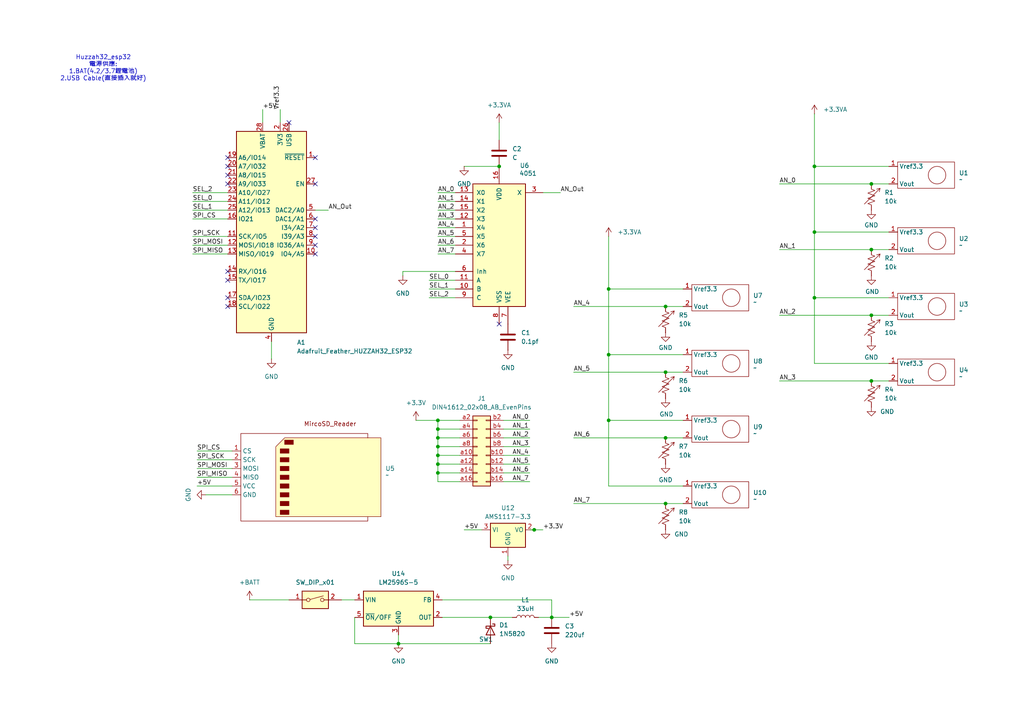
<source format=kicad_sch>
(kicad_sch (version 20231120) (generator "eeschema") (generator_version "8.0")
  (paper "A4")
  (lib_symbols
    (symbol "4xxx:4051" (pin_names (offset 1.016))
      (property "Reference" "U" (at -7.62 19.05 0))
      (property "Value" "4051" (at -7.62 -19.05 0))
      (symbol "4051_1_0"
        (pin passive line (at -12.7 5.08 0) (length 5.08) (name "X4") (number "1"))
        (pin input line (at -12.7 -12.7 0) (length 5.08) (name "B") (number "10"))
        (pin input line (at -12.7 -10.16 0) (length 5.08) (name "A") (number "11"))
        (pin passive line (at -12.7 7.62 0) (length 5.08) (name "X3") (number "12"))
        (pin passive line (at -12.7 15.24 0) (length 5.08) (name "X0") (number "13"))
        (pin passive line (at -12.7 12.7 0) (length 5.08) (name "X1") (number "14"))
        (pin passive line (at -12.7 10.16 0) (length 5.08) (name "X2") (number "15"))
        (pin power_in line (at 0 22.86 270) (length 5.08) (name "VDD") (number "16"))
        (pin passive line (at -12.7 0 0) (length 5.08) (name "X6") (number "2"))
        (pin passive line (at 12.7 15.24 180) (length 5.08) (name "X") (number "3"))
        (pin passive line (at -12.7 -2.54 0) (length 5.08) (name "X7") (number "4"))
        (pin passive line (at -12.7 2.54 0) (length 5.08) (name "X5") (number "5"))
        (pin input line (at -12.7 -7.62 0) (length 5.08) (name "Inh") (number "6"))
        (pin power_in line (at 2.54 -22.86 90) (length 5.08) (name "VEE") (number "7"))
        (pin power_in line (at 0 -22.86 90) (length 5.08) (name "VSS") (number "8"))
        (pin input line (at -12.7 -15.24 0) (length 5.08) (name "C") (number "9"))
      )
      (symbol "4051_1_1"
        (rectangle (start -7.62 17.78) (end 7.62 -17.78) (stroke (width 0.254)) (fill (type background)))
      )
    )
    (symbol "Connector:DIN41612_02x08_AB_EvenPins" (pin_names (offset 1.016) hide)
      (property "Reference" "J" (at 1.27 10.16 0))
      (property "Value" "DIN41612_02x08_AB_EvenPins" (at 1.27 -12.7 0))
      (symbol "DIN41612_02x08_AB_EvenPins_1_1"
        (rectangle (start -1.27 -10.033) (end 0 -10.287) (stroke (width 0.1524)))
        (rectangle (start -1.27 -7.493) (end 0 -7.747) (stroke (width 0.1524)))
        (rectangle (start -1.27 -4.953) (end 0 -5.207) (stroke (width 0.1524)))
        (rectangle (start -1.27 -2.413) (end 0 -2.667) (stroke (width 0.1524)))
        (rectangle (start -1.27 0.127) (end 0 -0.127) (stroke (width 0.1524)))
        (rectangle (start -1.27 2.667) (end 0 2.413) (stroke (width 0.1524)))
        (rectangle (start -1.27 5.207) (end 0 4.953) (stroke (width 0.1524)))
        (rectangle (start -1.27 7.747) (end 0 7.493) (stroke (width 0.1524)))
        (rectangle (start -1.27 8.89) (end 3.81 -11.43) (stroke (width 0.254)) (fill (type background)))
        (rectangle (start 3.81 -10.033) (end 2.54 -10.287) (stroke (width 0.1524)))
        (rectangle (start 3.81 -7.493) (end 2.54 -7.747) (stroke (width 0.1524)))
        (rectangle (start 3.81 -4.953) (end 2.54 -5.207) (stroke (width 0.1524)))
        (rectangle (start 3.81 -2.413) (end 2.54 -2.667) (stroke (width 0.1524)))
        (rectangle (start 3.81 0.127) (end 2.54 -0.127) (stroke (width 0.1524)))
        (rectangle (start 3.81 2.667) (end 2.54 2.413) (stroke (width 0.1524)))
        (rectangle (start 3.81 5.207) (end 2.54 4.953) (stroke (width 0.1524)))
        (rectangle (start 3.81 7.747) (end 2.54 7.493) (stroke (width 0.1524)))
        (pin passive line (at -5.08 -2.54 0) (length 3.81) (name "Pin_a10") (number "a10"))
        (pin passive line (at -5.08 -5.08 0) (length 3.81) (name "Pin_a12") (number "a12"))
        (pin passive line (at -5.08 -7.62 0) (length 3.81) (name "Pin_a14") (number "a14"))
        (pin passive line (at -5.08 -10.16 0) (length 3.81) (name "Pin_a16") (number "a16"))
        (pin passive line (at -5.08 7.62 0) (length 3.81) (name "Pin_a2") (number "a2"))
        (pin passive line (at -5.08 5.08 0) (length 3.81) (name "Pin_a4") (number "a4"))
        (pin passive line (at -5.08 2.54 0) (length 3.81) (name "Pin_a6") (number "a6"))
        (pin passive line (at -5.08 0 0) (length 3.81) (name "Pin_a8") (number "a8"))
        (pin passive line (at 7.62 -2.54 180) (length 3.81) (name "Pin_b10") (number "b10"))
        (pin passive line (at 7.62 -5.08 180) (length 3.81) (name "Pin_b12") (number "b12"))
        (pin passive line (at 7.62 -7.62 180) (length 3.81) (name "Pin_b14") (number "b14"))
        (pin passive line (at 7.62 -10.16 180) (length 3.81) (name "Pin_b16") (number "b16"))
        (pin passive line (at 7.62 7.62 180) (length 3.81) (name "Pin_b2") (number "b2"))
        (pin passive line (at 7.62 5.08 180) (length 3.81) (name "Pin_b4") (number "b4"))
        (pin passive line (at 7.62 2.54 180) (length 3.81) (name "Pin_b6") (number "b6"))
        (pin passive line (at 7.62 0 180) (length 3.81) (name "Pin_b8") (number "b8"))
      )
    )
    (symbol "Device:C" (pin_numbers hide) (pin_names (offset 0.254))
      (property "Reference" "C" (at 0.635 2.54 0))
      (property "Value" "C" (at 0.635 -2.54 0))
      (symbol "C_0_1"
        (polyline (pts (xy -2.032 -0.762) (xy 2.032 -0.762)) (stroke (width 0.508)))
        (polyline (pts (xy -2.032 0.762) (xy 2.032 0.762)) (stroke (width 0.508)))
      )
      (symbol "C_1_1"
        (pin passive line (at 0 3.81 270) (length 2.794) (name "~") (number "1"))
        (pin passive line (at 0 -3.81 90) (length 2.794) (name "~") (number "2"))
      )
    )
    (symbol "Device:L" (pin_numbers hide) (pin_names (offset 1.016) hide)
      (property "Reference" "L" (at -1.27 0 90))
      (property "Value" "L" (at 1.905 0 90))
      (symbol "L_0_1"
        (arc (start 0 -2.54) (mid 0.6323 -1.905) (end 0 -1.27))
        (arc (start 0 -1.27) (mid 0.6323 -0.635) (end 0 0))
        (arc (start 0 0) (mid 0.6323 0.635) (end 0 1.27))
        (arc (start 0 1.27) (mid 0.6323 1.905) (end 0 2.54))
      )
      (symbol "L_1_1"
        (pin passive line (at 0 3.81 270) (length 1.27) (name "1") (number "1"))
        (pin passive line (at 0 -3.81 90) (length 1.27) (name "2") (number "2"))
      )
    )
    (symbol "Device:R_Variable_US" (pin_numbers hide) (pin_names (offset 0))
      (property "Reference" "R" (at 2.54 -2.54 90))
      (property "Value" "R_Variable_US" (at -2.54 -1.27 90))
      (symbol "R_Variable_US_0_1"
        (polyline (pts (xy 0 -2.286) (xy 0 -2.54)))
        (polyline (pts (xy 0 2.286) (xy 0 2.54)))
        (polyline (pts (xy 0 -0.762) (xy 1.016 -1.143) (xy 0 -1.524) (xy -1.016 -1.905) (xy 0 -2.286)))
        (polyline (pts (xy 0 0.762) (xy 1.016 0.381) (xy 0 0) (xy -1.016 -0.381) (xy 0 -0.762)))
        (polyline (pts (xy 0 2.286) (xy 1.016 1.905) (xy 0 1.524) (xy -1.016 1.143) (xy 0 0.762)) (stroke (width 0.1524)))
        (polyline (pts (xy 2.286 1.524) (xy 2.54 2.54) (xy 1.524 2.286) (xy 2.54 2.54) (xy -2.032 -2.032)) (stroke (width 0.1524)))
      )
      (symbol "R_Variable_US_1_1"
        (pin passive line (at 0 3.81 270) (length 1.27) (name "~") (number "1"))
        (pin passive line (at 0 -3.81 90) (length 1.27) (name "~") (number "2"))
      )
    )
    (symbol "Diode:1N5820" (pin_numbers hide) (pin_names (offset 1.016) hide)
      (property "Reference" "D" (at 0 2.54 0))
      (property "Value" "1N5820" (at 0 -2.54 0))
      (symbol "1N5820_0_1"
        (polyline (pts (xy 1.27 0) (xy -1.27 0)))
        (polyline (pts (xy 1.27 1.27) (xy 1.27 -1.27) (xy -1.27 0) (xy 1.27 1.27)) (stroke (width 0.254)))
        (polyline (pts (xy -1.905 0.635) (xy -1.905 1.27) (xy -1.27 1.27) (xy -1.27 -1.27) (xy -0.635 -1.27) (xy -0.635 -0.635)) (stroke (width 0.254)))
      )
      (symbol "1N5820_1_1"
        (pin passive line (at -3.81 0 0) (length 2.54) (name "K") (number "1"))
        (pin passive line (at 3.81 0 180) (length 2.54) (name "A") (number "2"))
      )
    )
    (symbol "MCU_Module:Adafruit_Feather_HUZZAH32_ESP32"
      (property "Reference" "A" (at -10.16 29.21 0))
      (property "Value" "Adafruit_Feather_HUZZAH32_ESP32" (at 2.54 -31.75 0))
      (symbol "Adafruit_Feather_HUZZAH32_ESP32_0_1"
        (rectangle (start -10.16 27.94) (end 10.16 -30.48) (stroke (width 0.254)) (fill (type background)))
      )
      (symbol "Adafruit_Feather_HUZZAH32_ESP32_1_1"
        (pin input line (at 12.7 20.32 180) (length 2.54) (name "~{RESET}") (number "1"))
        (pin bidirectional line (at 12.7 -7.62 180) (length 2.54) (name "IO4/A5") (number "10"))
        (pin bidirectional line (at -12.7 -2.54 0) (length 2.54) (name "SCK/IO5") (number "11"))
        (pin bidirectional line (at -12.7 -5.08 0) (length 2.54) (name "MOSI/IO18") (number "12"))
        (pin bidirectional line (at -12.7 -7.62 0) (length 2.54) (name "MISO/IO19") (number "13"))
        (pin bidirectional line (at -12.7 -12.7 0) (length 2.54) (name "RX/IO16") (number "14"))
        (pin bidirectional line (at -12.7 -15.24 0) (length 2.54) (name "TX/IO17") (number "15"))
        (pin bidirectional line (at -12.7 2.54 0) (length 2.54) (name "IO21") (number "16"))
        (pin bidirectional line (at -12.7 -20.32 0) (length 2.54) (name "SDA/IO23") (number "17"))
        (pin bidirectional line (at -12.7 -22.86 0) (length 2.54) (name "SCL/IO22") (number "18"))
        (pin bidirectional line (at -12.7 20.32 0) (length 2.54) (name "A6/IO14") (number "19"))
        (pin power_in line (at 2.54 30.48 270) (length 2.54) (name "3V3") (number "2"))
        (pin bidirectional line (at -12.7 17.78 0) (length 2.54) (name "A7/IO32") (number "20"))
        (pin bidirectional line (at -12.7 15.24 0) (length 2.54) (name "A8/IO15") (number "21"))
        (pin bidirectional line (at -12.7 12.7 0) (length 2.54) (name "A9/IO33") (number "22"))
        (pin bidirectional line (at -12.7 10.16 0) (length 2.54) (name "A10/IO27") (number "23"))
        (pin bidirectional line (at -12.7 7.62 0) (length 2.54) (name "A11/IO12") (number "24"))
        (pin bidirectional line (at -12.7 5.08 0) (length 2.54) (name "A12/IO13") (number "25"))
        (pin power_in line (at 5.08 30.48 270) (length 2.54) (name "USB") (number "26"))
        (pin input line (at 12.7 12.7 180) (length 2.54) (name "EN") (number "27"))
        (pin power_in line (at -2.54 30.48 270) (length 2.54) (name "VBAT") (number "28"))
        (pin no_connect line (at 10.16 10.16 180) (length 2.54) hide (name "NC") (number "3"))
        (pin power_in line (at 0 -33.02 90) (length 2.54) (name "GND") (number "4"))
        (pin bidirectional line (at 12.7 5.08 180) (length 2.54) (name "DAC2/A0") (number "5"))
        (pin bidirectional line (at 12.7 2.54 180) (length 2.54) (name "DAC1/A1") (number "6"))
        (pin bidirectional line (at 12.7 0 180) (length 2.54) (name "I34/A2") (number "7"))
        (pin bidirectional line (at 12.7 -2.54 180) (length 2.54) (name "I39/A3") (number "8"))
        (pin bidirectional line (at 12.7 -5.08 180) (length 2.54) (name "IO36/A4") (number "9"))
      )
    )
    (symbol "Own_Define:FSR402"
      (property "Reference" "U" (at 0 0 0))
      (symbol "FSR402_0_1"
        (rectangle (start -5.08 -1.27) (end 11.43 -8.89))
        (circle (center 6.35 -5.08) (radius 2.54))
      )
      (symbol "FSR402_1_1"
        (pin input line (at -7.62 -2.54 0) (length 2.54) (name "Vref3.3") (number "1"))
        (pin output line (at -7.62 -7.62 0) (length 2.54) (name "Vout") (number "2"))
      )
    )
    (symbol "Own_Define:MicroSD_Reader"
      (property "Reference" "U" (at 0 3.048 0))
      (symbol "MicroSD_Reader_0_1"
        (rectangle (start -7.62 -24.765) (end -5.08 -26.035) (fill (type outline)))
        (rectangle (start -7.62 -22.225) (end -5.08 -23.495) (fill (type outline)))
        (rectangle (start -7.62 -19.685) (end -5.08 -20.955) (fill (type outline)))
        (rectangle (start -7.62 -17.145) (end -5.08 -18.415) (fill (type outline)))
        (rectangle (start -7.62 -14.605) (end -5.08 -15.875) (fill (type outline)))
        (rectangle (start -7.62 -12.065) (end -5.08 -13.335) (fill (type outline)))
        (rectangle (start -7.62 -9.525) (end -5.08 -10.795) (fill (type outline)))
        (rectangle (start -7.62 -6.985) (end -5.08 -8.255) (fill (type outline)))
        (rectangle (start -6.35 -4.445) (end -3.81 -5.715) (fill (type outline)))
        (polyline (pts (xy -8.89 -6.35) (xy -6.35 -3.81) (xy 21.59 -3.81) (xy 21.59 -26.67) (xy -8.89 -26.67) (xy -8.89 -6.35)) (fill (type background)))
        (polyline (pts (xy 17.78 -3.81) (xy 17.78 -2.54) (xy -19.05 -2.54) (xy -19.05 -27.94) (xy 17.78 -27.94) (xy 17.78 -26.67)))
      )
      (symbol "MicroSD_Reader_1_1"
        (text "MircoSD_Reader\n" (at 6.858 0.254 0) (effects (font (size 1.27 1.27))))
        (pin input line (at -21.59 -7.62 0) (length 2.54) (name "CS") (number "1"))
        (pin input line (at -21.59 -10.16 0) (length 2.54) (name "SCK") (number "2"))
        (pin input line (at -21.59 -12.7 0) (length 2.54) (name "MOSI") (number "3"))
        (pin input line (at -21.59 -15.24 0) (length 2.54) (name "MISO") (number "4"))
        (pin power_in line (at -21.59 -17.78 0) (length 2.54) (name "VCC") (number "5"))
        (pin power_out line (at -21.59 -20.32 0) (length 2.54) (name "GND") (number "6"))
      )
    )
    (symbol "Regulator_Linear:AMS1117-3.3"
      (property "Reference" "U" (at -3.81 3.175 0))
      (property "Value" "AMS1117-3.3" (at 0 3.175 0))
      (symbol "AMS1117-3.3_0_1"
        (rectangle (start -5.08 -5.08) (end 5.08 1.905) (stroke (width 0.254)) (fill (type background)))
      )
      (symbol "AMS1117-3.3_1_1"
        (pin power_in line (at 0 -7.62 90) (length 2.54) (name "GND") (number "1"))
        (pin power_out line (at 7.62 0 180) (length 2.54) (name "VO") (number "2"))
        (pin power_in line (at -7.62 0 0) (length 2.54) (name "VI") (number "3"))
      )
    )
    (symbol "Regulator_Switching:LM2596S-5"
      (property "Reference" "U" (at -10.16 6.35 0))
      (property "Value" "LM2596S-5" (at 0 6.35 0))
      (symbol "LM2596S-5_0_1"
        (rectangle (start -10.16 5.08) (end 10.16 -5.08) (stroke (width 0.254)) (fill (type background)))
      )
      (symbol "LM2596S-5_1_1"
        (pin power_in line (at -12.7 2.54 0) (length 2.54) (name "VIN") (number "1"))
        (pin output line (at 12.7 -2.54 180) (length 2.54) (name "OUT") (number "2"))
        (pin power_in line (at 0 -7.62 90) (length 2.54) (name "GND") (number "3"))
        (pin input line (at 12.7 2.54 180) (length 2.54) (name "FB") (number "4"))
        (pin input line (at -12.7 -2.54 0) (length 2.54) (name "~{ON}/OFF") (number "5"))
      )
    )
    (symbol "Switch:SW_DIP_x01" (pin_names (offset 0) hide)
      (property "Reference" "SW" (at 0 3.81 0))
      (property "Value" "SW_DIP_x01" (at 0 -3.81 0))
      (symbol "SW_DIP_x01_0_0"
        (circle (center -2.032 0) (radius 0.508))
        (polyline (pts (xy -1.524 0.127) (xy 2.3622 1.1684)))
        (circle (center 2.032 0) (radius 0.508))
      )
      (symbol "SW_DIP_x01_0_1"
        (rectangle (start -3.81 2.54) (end 3.81 -2.54) (stroke (width 0.254)) (fill (type background)))
      )
      (symbol "SW_DIP_x01_1_1"
        (pin passive line (at -7.62 0 0) (length 5.08) (name "~") (number "1"))
        (pin passive line (at 7.62 0 180) (length 5.08) (name "~") (number "2"))
      )
    )
    (symbol "power:+3.3V" (power) (pin_numbers hide) (pin_names (offset 0) hide)
      (property "Value" "+3.3V" (at 0 3.556 0))
      (symbol "+3.3V_0_1"
        (polyline (pts (xy -0.762 1.27) (xy 0 2.54)))
        (polyline (pts (xy 0 0) (xy 0 2.54)))
        (polyline (pts (xy 0 2.54) (xy 0.762 1.27)))
      )
      (symbol "+3.3V_1_1"
        (pin power_in line (at 0 0 90) (length 0) (name "~") (number "1"))
      )
    )
    (symbol "power:+3.3VA" (power) (pin_numbers hide) (pin_names (offset 0) hide)
      (property "Value" "+3.3VA" (at 0 3.556 0))
      (symbol "+3.3VA_0_1"
        (polyline (pts (xy -0.762 1.27) (xy 0 2.54)))
        (polyline (pts (xy 0 0) (xy 0 2.54)))
        (polyline (pts (xy 0 2.54) (xy 0.762 1.27)))
      )
      (symbol "+3.3VA_1_1"
        (pin power_in line (at 0 0 90) (length 0) (name "~") (number "1"))
      )
    )
    (symbol "power:+BATT" (power) (pin_numbers hide) (pin_names (offset 0) hide)
      (property "Value" "+BATT" (at 0 3.556 0))
      (symbol "+BATT_0_1"
        (polyline (pts (xy -0.762 1.27) (xy 0 2.54)))
        (polyline (pts (xy 0 0) (xy 0 2.54)))
        (polyline (pts (xy 0 2.54) (xy 0.762 1.27)))
      )
      (symbol "+BATT_1_1"
        (pin power_in line (at 0 0 90) (length 0) (name "~") (number "1"))
      )
    )
    (symbol "power:GND" (power) (pin_numbers hide) (pin_names (offset 0) hide)
      (property "Value" "GND" (at 0 -3.81 0))
      (symbol "GND_0_1"
        (polyline (pts (xy 0 0) (xy 0 -1.27) (xy 1.27 -1.27) (xy 0 -2.54) (xy -1.27 -1.27) (xy 0 -1.27)))
      )
      (symbol "GND_1_1"
        (pin power_in line (at 0 0 270) (length 0) (name "~") (number "1"))
      )
    )
    (symbol "power:GND1" (power) (pin_numbers hide) (pin_names (offset 0) hide)
      (property "Value" "GND1" (at 0 -3.81 0))
      (symbol "GND1_0_1"
        (polyline (pts (xy 0 0) (xy 0 -1.27) (xy 1.27 -1.27) (xy 0 -2.54) (xy -1.27 -1.27) (xy 0 -1.27)))
      )
      (symbol "GND1_1_1"
        (pin power_in line (at 0 0 270) (length 0) (name "~") (number "1"))
      )
    )
  )
  (junction (at 127 132.08))
  (junction (at 236.22 67.31))
  (junction (at 160.02 179.07))
  (junction (at 236.22 86.36))
  (junction (at 127 137.16))
  (junction (at 193.04 127))
  (junction (at 193.04 146.05))
  (junction (at 127 134.62))
  (junction (at 252.73 53.34))
  (junction (at 144.78 48.26))
  (junction (at 193.04 107.95))
  (junction (at 193.04 88.9))
  (junction (at 127 127))
  (junction (at 176.53 121.92))
  (junction (at 176.53 83.82))
  (junction (at 236.22 48.26))
  (junction (at 127 129.54))
  (junction (at 154.94 153.67))
  (junction (at 115.57 186.69))
  (junction (at 142.24 179.07))
  (junction (at 176.53 102.87))
  (junction (at 252.73 110.49))
  (junction (at 252.73 91.44))
  (junction (at 252.73 72.39))
  (junction (at 127 121.92))
  (junction (at 127 124.46))
  (no_connect (at 66.04 88.9))
  (no_connect (at 66.04 86.36))
  (no_connect (at 91.44 45.72))
  (no_connect (at 66.04 53.34))
  (no_connect (at 144.78 93.98))
  (no_connect (at 91.44 53.34))
  (no_connect (at 66.04 48.26))
  (no_connect (at 66.04 50.8))
  (no_connect (at 66.04 45.72))
  (no_connect (at 91.44 68.58))
  (no_connect (at 83.82 35.56))
  (no_connect (at 91.44 73.66))
  (no_connect (at 91.44 66.04))
  (no_connect (at 66.04 81.28))
  (no_connect (at 91.44 71.12))
  (no_connect (at 66.04 78.74))
  (no_connect (at 91.44 63.5))
  (wire (pts (xy 78.74 99.06) (xy 78.74 104.14)))
  (wire (pts (xy 166.37 127) (xy 193.04 127)))
  (wire (pts (xy 102.87 179.07) (xy 102.87 186.69)))
  (wire (pts (xy 127 71.12) (xy 132.08 71.12)))
  (wire (pts (xy 236.22 33.02) (xy 236.22 48.26)))
  (wire (pts (xy 127 129.54) (xy 133.35 129.54)))
  (wire (pts (xy 127 139.7) (xy 133.35 139.7)))
  (wire (pts (xy 116.84 78.74) (xy 116.84 80.01)))
  (wire (pts (xy 176.53 83.82) (xy 176.53 102.87)))
  (wire (pts (xy 146.05 132.08) (xy 153.67 132.08)))
  (wire (pts (xy 146.05 127) (xy 153.67 127)))
  (wire (pts (xy 236.22 86.36) (xy 236.22 105.41)))
  (wire (pts (xy 176.53 102.87) (xy 176.53 121.92)))
  (wire (pts (xy 127 134.62) (xy 127 137.16)))
  (wire (pts (xy 193.04 127) (xy 198.12 127)))
  (wire (pts (xy 226.06 53.34) (xy 252.73 53.34)))
  (wire (pts (xy 127 60.96) (xy 132.08 60.96)))
  (wire (pts (xy 236.22 67.31) (xy 257.81 67.31)))
  (wire (pts (xy 55.88 68.58) (xy 66.04 68.58)))
  (wire (pts (xy 176.53 121.92) (xy 198.12 121.92)))
  (wire (pts (xy 55.88 71.12) (xy 66.04 71.12)))
  (wire (pts (xy 157.48 55.88) (xy 162.56 55.88)))
  (wire (pts (xy 142.24 186.69) (xy 115.57 186.69)))
  (wire (pts (xy 57.15 138.43) (xy 67.31 138.43)))
  (wire (pts (xy 134.62 153.67) (xy 139.7 153.67)))
  (wire (pts (xy 146.05 134.62) (xy 153.67 134.62)))
  (wire (pts (xy 257.81 48.26) (xy 236.22 48.26)))
  (wire (pts (xy 127 127) (xy 127 129.54)))
  (wire (pts (xy 127 127) (xy 133.35 127)))
  (wire (pts (xy 124.46 81.28) (xy 132.08 81.28)))
  (wire (pts (xy 236.22 86.36) (xy 257.81 86.36)))
  (wire (pts (xy 236.22 105.41) (xy 257.81 105.41)))
  (wire (pts (xy 166.37 146.05) (xy 193.04 146.05)))
  (wire (pts (xy 124.46 83.82) (xy 132.08 83.82)))
  (wire (pts (xy 116.84 78.74) (xy 132.08 78.74)))
  (wire (pts (xy 176.53 68.58) (xy 176.53 83.82)))
  (wire (pts (xy 176.53 102.87) (xy 198.12 102.87)))
  (wire (pts (xy 127 121.92) (xy 133.35 121.92)))
  (wire (pts (xy 144.78 35.56) (xy 144.78 40.64)))
  (wire (pts (xy 160.02 179.07) (xy 165.1 179.07)))
  (wire (pts (xy 134.62 48.26) (xy 144.78 48.26)))
  (wire (pts (xy 55.88 58.42) (xy 66.04 58.42)))
  (wire (pts (xy 226.06 91.44) (xy 252.73 91.44)))
  (wire (pts (xy 55.88 73.66) (xy 66.04 73.66)))
  (wire (pts (xy 127 68.58) (xy 132.08 68.58)))
  (wire (pts (xy 128.27 179.07) (xy 142.24 179.07)))
  (wire (pts (xy 127 73.66) (xy 132.08 73.66)))
  (wire (pts (xy 127 124.46) (xy 127 127)))
  (wire (pts (xy 72.39 173.99) (xy 83.82 173.99)))
  (wire (pts (xy 115.57 184.15) (xy 115.57 186.69)))
  (wire (pts (xy 166.37 88.9) (xy 193.04 88.9)))
  (wire (pts (xy 127 137.16) (xy 133.35 137.16)))
  (wire (pts (xy 127 132.08) (xy 133.35 132.08)))
  (wire (pts (xy 198.12 83.82) (xy 176.53 83.82)))
  (wire (pts (xy 59.69 143.51) (xy 67.31 143.51)))
  (wire (pts (xy 55.88 60.96) (xy 66.04 60.96)))
  (wire (pts (xy 124.46 86.36) (xy 132.08 86.36)))
  (wire (pts (xy 57.15 133.35) (xy 67.31 133.35)))
  (wire (pts (xy 166.37 107.95) (xy 193.04 107.95)))
  (wire (pts (xy 154.94 153.67) (xy 157.48 153.67)))
  (wire (pts (xy 160.02 173.99) (xy 128.27 173.99)))
  (wire (pts (xy 81.28 31.75) (xy 81.28 35.56)))
  (wire (pts (xy 193.04 107.95) (xy 198.12 107.95)))
  (wire (pts (xy 193.04 146.05) (xy 198.12 146.05)))
  (wire (pts (xy 127 132.08) (xy 127 134.62)))
  (wire (pts (xy 160.02 179.07) (xy 160.02 173.99)))
  (wire (pts (xy 127 63.5) (xy 132.08 63.5)))
  (wire (pts (xy 57.15 135.89) (xy 67.31 135.89)))
  (wire (pts (xy 99.06 173.99) (xy 102.87 173.99)))
  (wire (pts (xy 127 121.92) (xy 127 124.46)))
  (wire (pts (xy 252.73 110.49) (xy 257.81 110.49)))
  (wire (pts (xy 252.73 91.44) (xy 257.81 91.44)))
  (wire (pts (xy 127 66.04) (xy 132.08 66.04)))
  (wire (pts (xy 226.06 72.39) (xy 252.73 72.39)))
  (wire (pts (xy 55.88 63.5) (xy 66.04 63.5)))
  (wire (pts (xy 146.05 124.46) (xy 153.67 124.46)))
  (wire (pts (xy 147.32 161.29) (xy 147.32 162.56)))
  (wire (pts (xy 236.22 48.26) (xy 236.22 67.31)))
  (wire (pts (xy 252.73 72.39) (xy 257.81 72.39)))
  (wire (pts (xy 146.05 137.16) (xy 153.67 137.16)))
  (wire (pts (xy 146.05 129.54) (xy 153.67 129.54)))
  (wire (pts (xy 176.53 140.97) (xy 198.12 140.97)))
  (wire (pts (xy 142.24 179.07) (xy 148.59 179.07)))
  (wire (pts (xy 156.21 179.07) (xy 160.02 179.07)))
  (wire (pts (xy 236.22 67.31) (xy 236.22 86.36)))
  (wire (pts (xy 226.06 110.49) (xy 252.73 110.49)))
  (wire (pts (xy 127 134.62) (xy 133.35 134.62)))
  (wire (pts (xy 76.2 31.75) (xy 76.2 35.56)))
  (wire (pts (xy 120.65 121.92) (xy 127 121.92)))
  (wire (pts (xy 102.87 186.69) (xy 115.57 186.69)))
  (wire (pts (xy 127 129.54) (xy 127 132.08)))
  (wire (pts (xy 57.15 130.81) (xy 67.31 130.81)))
  (wire (pts (xy 146.05 139.7) (xy 153.67 139.7)))
  (wire (pts (xy 153.67 153.67) (xy 154.94 153.67)))
  (wire (pts (xy 91.44 60.96) (xy 95.25 60.96)))
  (wire (pts (xy 176.53 121.92) (xy 176.53 140.97)))
  (wire (pts (xy 57.15 140.97) (xy 67.31 140.97)))
  (wire (pts (xy 127 55.88) (xy 132.08 55.88)))
  (wire (pts (xy 146.05 121.92) (xy 153.67 121.92)))
  (wire (pts (xy 127 137.16) (xy 127 139.7)))
  (wire (pts (xy 127 58.42) (xy 132.08 58.42)))
  (wire (pts (xy 55.88 55.88) (xy 66.04 55.88)))
  (wire (pts (xy 193.04 88.9) (xy 198.12 88.9)))
  (wire (pts (xy 252.73 53.34) (xy 257.81 53.34)))
  (wire (pts (xy 127 124.46) (xy 133.35 124.46)))
  (text "Huzzah32_esp32\n電源供應:\n1.BAT(4.2/3.7鋰電池)\n2.USB Cable(直接插入就好)" (at 29.972 19.812 0) (effects (font (size 1.27 1.27))))
  (label "AN_7" (at 127 73.66 0))
  (label "SEL_1" (at 55.88 60.96 0))
  (label "SEL_0" (at 55.88 58.42 0))
  (label "AN_2" (at 127 60.96 0))
  (label "AN_4" (at 148.59 132.08 0))
  (label "AN_6" (at 148.59 137.16 0))
  (label "SEL_2" (at 55.88 55.88 0))
  (label "AN_1" (at 148.59 124.46 0))
  (label "SPI_CS" (at 55.88 63.5 0))
  (label "AN_2" (at 148.59 127 0))
  (label "+5V" (at 76.2 31.75 0))
  (label "SEL_1" (at 124.46 83.82 0))
  (label "+5V" (at 57.15 140.97 0))
  (label "AN_7" (at 148.59 139.7 0))
  (label "AN_6" (at 166.37 127 0))
  (label "AN_1" (at 226.06 72.39 0))
  (label "AN_1" (at 127 58.42 0))
  (label "AN_Out" (at 95.25 60.96 0))
  (label "SPI_MOSI" (at 57.15 135.89 0))
  (label "+5V" (at 165.1 179.07 0))
  (label "AN_5" (at 127 68.58 0))
  (label "AN_3" (at 127 63.5 0))
  (label "SPI_MOSI" (at 55.88 71.12 0))
  (label "AN_7" (at 166.37 146.05 0))
  (label "AN_3" (at 148.59 129.54 0))
  (label "AN_0" (at 226.06 53.34 0))
  (label "+3.3V" (at 157.48 153.67 0))
  (label "SPI_SCK" (at 55.88 68.58 0))
  (label "+5V" (at 134.62 153.67 0))
  (label "SPI_MISO" (at 55.88 73.66 0))
  (label "AN_0" (at 148.59 121.92 0))
  (label "AN_0" (at 127 55.88 0))
  (label "SEL_0" (at 124.46 81.28 0))
  (label "AN_2" (at 226.06 91.44 0))
  (label "AN_6" (at 127 71.12 0))
  (label "SEL_2" (at 124.46 86.36 0))
  (label "AN_4" (at 166.37 88.9 0))
  (label "AN_5" (at 166.37 107.95 0))
  (label "SPI_SCK" (at 57.15 133.35 0))
  (label "AN_3" (at 226.06 110.49 0))
  (label "AN_Out" (at 162.56 55.88 0))
  (label "AN_5" (at 148.59 134.62 0))
  (label "SPI_MISO" (at 57.15 138.43 0))
  (label "AN_4" (at 127 66.04 0))
  (label "SPI_CS" (at 57.15 130.81 0))
  (label "Vref3.3" (at 81.28 31.75 90))
  (symbol (lib_id "power:GND") (at 115.57 186.69 0) (unit 1)
    (property "Reference" "#PWR018" (effects (hide yes)))
    (property "Value" "GND" (at 115.57 191.77 0))
    (property "Description" "Power symbol creates a global label with name \"GND\" , ground" (effects (hide yes)))
  )
  (symbol (lib_id "power:GND1") (at 193.04 153.67 0) (unit 1)
    (property "Reference" "#PWR016" (effects (hide yes)))
    (property "Value" "GND" (at 195.58 154.9399 0) (effects (justify left)))
    (property "Description" "Power symbol creates a global label with name \"GND1\" , ground" (effects (hide yes)))
  )
  (symbol (lib_id "Own_Define:MicroSD_Reader") (at 88.9 123.19 0) (unit 1)
    (property "Reference" "U5" (at 111.76 135.8871 0) (effects (justify left)))
    (property "Value" "~" (at 111.76 137.7922 0) (effects (justify left)))
    (property "Footprint" "TerminalBlock:TerminalBlock_Xinya_XY308-2.54-6P_1x06_P2.54mm_Horizontal" (effects (hide yes)))
  )
  (symbol (lib_id "Diode:1N5820") (at 142.24 182.88 270) (unit 1)
    (property "Reference" "D1" (at 144.78 181.2924 90) (effects (justify left)))
    (property "Value" "1N5820" (at 144.78 183.8324 90) (effects (justify left)))
    (property "Footprint" "Diode_THT:D_DO-201AD_P15.24mm_Horizontal" (effects (hide yes)))
    (property "Datasheet" "http://www.vishay.com/docs/88526/1n5820.pdf" (effects (hide yes)))
    (property "Description" "20V 3A Schottky Barrier Rectifier Diode, DO-201AD" (effects (hide yes)))
  )
  (symbol (lib_id "Switch:SW_DIP_x01") (at 91.44 173.99 0) (unit 1)
    (property "Reference" "SW1" (at 140.97 185.42 0))
    (property "Value" "SW_DIP_x01" (at 91.44 168.91 0))
    (property "Footprint" "Button_Switch_SMD:SW_DIP_SPSTx01_Slide_6.7x4.1mm_W6.73mm_P2.54mm_LowProfile_JPin" (effects (hide yes)))
    (property "Description" "1x DIP Switch, Single Pole Single Throw (SPST) switch, small symbol" (effects (hide yes)))
  )
  (symbol (lib_id "Device:R_Variable_US") (at 193.04 92.71 0) (unit 1)
    (property "Reference" "R5" (at 196.85 91.4018 0) (effects (justify left)))
    (property "Value" "10k" (at 196.85 93.9418 0) (effects (justify left)))
    (property "Footprint" "Resistor_SMD:R_0201_0603Metric" (effects (hide yes)))
    (property "Description" "Variable resistor, US symbol" (effects (hide yes)))
  )
  (symbol (lib_id "Device:R_Variable_US") (at 252.73 76.2 0) (unit 1)
    (property "Reference" "R2" (at 256.54 74.8918 0) (effects (justify left)))
    (property "Value" "10k" (at 256.54 77.4318 0) (effects (justify left)))
    (property "Footprint" "Resistor_SMD:R_0201_0603Metric" (effects (hide yes)))
    (property "Description" "Variable resistor, US symbol" (effects (hide yes)))
  )
  (symbol (lib_id "Own_Define:FSR402") (at 205.74 100.33 0) (unit 1)
    (property "Reference" "U8" (at 218.44 104.7749 0) (effects (justify left)))
    (property "Value" "~" (at 218.44 106.68 0) (effects (justify left)))
  )
  (symbol (lib_id "Regulator_Linear:AMS1117-3.3") (at 147.32 153.67 0) (unit 1)
    (property "Reference" "U12" (at 147.32 147.32 0))
    (property "Value" "AMS1117-3.3" (at 147.32 149.86 0))
    (property "Footprint" "Package_TO_SOT_SMD:SOT-223-3_TabPin2" (effects (hide yes)))
    (property "Datasheet" "http://www.advanced-monolithic.com/pdf/ds1117.pdf" (effects (hide yes)))
    (property "Description" "1A Low Dropout regulator, positive, 3.3V fixed output, SOT-223" (effects (hide yes)))
  )
  (symbol (lib_id "4xxx:4051") (at 144.78 71.12 0) (unit 1)
    (property "Reference" "U6" (at 152.146 48.006 0))
    (property "Value" "4051" (at 153.162 50.292 0))
    (property "Footprint" "Package_DIP:DIP-16_W7.62mm" (effects (hide yes)))
    (property "Datasheet" "http://www.intersil.com/content/dam/Intersil/documents/cd40/cd4051bms-52bms-53bms.pdf" (effects (hide yes)))
    (property "Description" "Analog Multiplexer 8 to 1 lins" (effects (hide yes)))
  )
  (symbol (lib_id "power:GND") (at 116.84 80.01 0) (unit 1)
    (property "Reference" "#PWR07" (effects (hide yes)))
    (property "Value" "GND" (at 116.84 85.09 0))
    (property "Description" "Power symbol creates a global label with name \"GND\" , ground" (effects (hide yes)))
  )
  (symbol (lib_id "Connector:DIN41612_02x08_AB_EvenPins") (at 138.43 129.54 0) (unit 1)
    (property "Reference" "J1" (at 139.7 115.57 0))
    (property "Value" "DIN41612_02x08_AB_EvenPins" (at 139.7 118.11 0))
    (property "Footprint" "Connector_DIN:DIN41612_B2_2x8_Female_Vertical_THT" (effects (hide yes)))
    (property "Description" "DIN41612 connector, double row (AB) even pins only, 02x08, script generated (kicad-library-utils/schlib/autogen/connector/)" (effects (hide yes)))
  )
  (symbol (lib_id "Device:C") (at 144.78 44.45 0) (unit 1)
    (property "Reference" "C2" (at 148.59 43.1799 0) (effects (justify left)))
    (property "Value" "C" (at 148.59 45.7199 0) (effects (justify left)))
    (property "Footprint" "Capacitor_SMD:C_0201_0603Metric" (effects (hide yes)))
    (property "Description" "Unpolarized capacitor" (effects (hide yes)))
  )
  (symbol (lib_id "power:+3.3V") (at 120.65 121.92 0) (unit 1)
    (property "Reference" "#PWR017" (effects (hide yes)))
    (property "Value" "+3.3V" (at 120.65 116.84 0))
    (property "Description" "Power symbol creates a global label with name \"+3.3V\"" (effects (hide yes)))
  )
  (symbol (lib_id "power:GND1") (at 252.73 99.06 0) (unit 1)
    (property "Reference" "#PWR04" (effects (hide yes)))
    (property "Value" "GND" (at 252.73 103.632 0))
    (property "Description" "Power symbol creates a global label with name \"GND1\" , ground" (effects (hide yes)))
  )
  (symbol (lib_id "Own_Define:FSR402") (at 265.43 64.77 0) (unit 1)
    (property "Reference" "U2" (at 278.13 69.2149 0) (effects (justify left)))
    (property "Value" "~" (at 278.13 71.12 0) (effects (justify left)))
  )
  (symbol (lib_id "Device:R_Variable_US") (at 252.73 57.15 0) (unit 1)
    (property "Reference" "R1" (at 256.54 55.8418 0) (effects (justify left)))
    (property "Value" "10k" (at 256.54 58.3818 0) (effects (justify left)))
    (property "Footprint" "Resistor_SMD:R_0201_0603Metric" (effects (hide yes)))
    (property "Description" "Variable resistor, US symbol" (effects (hide yes)))
  )
  (symbol (lib_id "power:GND1") (at 252.73 60.96 0) (unit 1)
    (property "Reference" "#PWR02" (effects (hide yes)))
    (property "Value" "GND" (at 252.73 65.278 0))
    (property "Description" "Power symbol creates a global label with name \"GND1\" , ground" (effects (hide yes)))
  )
  (symbol (lib_id "power:GND1") (at 193.04 115.57 0) (unit 1)
    (property "Reference" "#PWR014" (effects (hide yes)))
    (property "Value" "GND" (at 193.294 120.142 0))
    (property "Description" "Power symbol creates a global label with name \"GND1\" , ground" (effects (hide yes)))
  )
  (symbol (lib_id "power:+3.3VA") (at 144.78 35.56 0) (unit 1)
    (property "Reference" "#PWR010" (effects (hide yes)))
    (property "Value" "+3.3VA" (at 144.78 30.48 0))
    (property "Description" "Power symbol creates a global label with name \"+3.3VA\"" (effects (hide yes)))
  )
  (symbol (lib_id "Device:R_Variable_US") (at 193.04 111.76 0) (unit 1)
    (property "Reference" "R6" (at 196.85 110.4518 0) (effects (justify left)))
    (property "Value" "10k" (at 196.85 112.9918 0) (effects (justify left)))
    (property "Footprint" "Resistor_SMD:R_0201_0603Metric" (effects (hide yes)))
    (property "Description" "Variable resistor, US symbol" (effects (hide yes)))
  )
  (symbol (lib_id "Device:R_Variable_US") (at 193.04 149.86 0) (unit 1)
    (property "Reference" "R8" (at 196.85 148.5518 0) (effects (justify left)))
    (property "Value" "10k" (at 196.85 151.0918 0) (effects (justify left)))
    (property "Footprint" "Resistor_SMD:R_0201_0603Metric" (effects (hide yes)))
    (property "Description" "Variable resistor, US symbol" (effects (hide yes)))
  )
  (symbol (lib_id "Own_Define:FSR402") (at 205.74 81.28 0) (unit 1)
    (property "Reference" "U7" (at 218.44 85.7249 0) (effects (justify left)))
    (property "Value" "~" (at 218.44 87.63 0) (effects (justify left)))
  )
  (symbol (lib_id "Device:L") (at 152.4 179.07 90) (unit 1)
    (property "Reference" "L1" (at 152.4 173.99 90))
    (property "Value" "33uH" (at 152.4 176.53 90))
    (property "Footprint" "Inductor_SMD:L_6.3x6.3_H3" (effects (hide yes)))
    (property "Description" "Inductor" (effects (hide yes)))
  )
  (symbol (lib_id "power:GND") (at 147.32 162.56 0) (unit 1)
    (property "Reference" "#PWR020" (effects (hide yes)))
    (property "Value" "GND" (at 147.32 167.64 0))
    (property "Description" "Power symbol creates a global label with name \"GND\" , ground" (effects (hide yes)))
  )
  (symbol (lib_id "Regulator_Switching:LM2596S-5") (at 115.57 176.53 0) (unit 1)
    (property "Reference" "U14" (at 115.57 166.37 0))
    (property "Value" "LM2596S-5" (at 115.57 168.91 0))
    (property "Footprint" "Package_TO_SOT_SMD:TO-263-5_TabPin3" (effects (hide yes)))
    (property "Datasheet" "http://www.ti.com/lit/ds/symlink/lm2596.pdf" (effects (hide yes)))
    (property "Description" "5V 3A Step-Down Voltage Regulator, TO-263" (effects (hide yes)))
  )
  (symbol (lib_id "power:GND") (at 147.32 101.6 0) (unit 1)
    (property "Reference" "#PWR09" (effects (hide yes)))
    (property "Value" "GND" (at 147.32 106.68 0))
    (property "Description" "Power symbol creates a global label with name \"GND\" , ground" (effects (hide yes)))
  )
  (symbol (lib_id "power:GND") (at 134.62 48.26 0) (unit 1)
    (property "Reference" "#PWR06" (effects (hide yes)))
    (property "Value" "GND" (at 134.62 53.34 0))
    (property "Description" "Power symbol creates a global label with name \"GND\" , ground" (effects (hide yes)))
  )
  (symbol (lib_id "Device:R_Variable_US") (at 252.73 95.25 0) (unit 1)
    (property "Reference" "R3" (at 256.54 93.9418 0) (effects (justify left)))
    (property "Value" "10k" (at 256.54 96.4818 0) (effects (justify left)))
    (property "Footprint" "Resistor_SMD:R_0201_0603Metric" (effects (hide yes)))
    (property "Description" "Variable resistor, US symbol" (effects (hide yes)))
  )
  (symbol (lib_id "MCU_Module:Adafruit_Feather_HUZZAH32_ESP32") (at 78.74 66.04 0) (unit 1)
    (property "Reference" "A1" (at 86.106 99.314 0) (effects (justify left)))
    (property "Value" "Adafruit_Feather_HUZZAH32_ESP32" (at 86.106 101.854 0) (effects (justify left)))
    (property "Footprint" "Module:Adafruit_Feather" (effects (hide yes)))
    (property "Datasheet" "https://cdn-learn.adafruit.com/downloads/pdf/adafruit-huzzah32-esp32-feather.pdf" (effects (hide yes)))
    (property "Description" "Microcontroller module with ESP32 MCU" (effects (hide yes)))
  )
  (symbol (lib_id "power:+BATT") (at 72.39 173.99 0) (unit 1)
    (property "Reference" "#PWR019" (effects (hide yes)))
    (property "Value" "+BATT" (at 72.39 168.91 0))
    (property "Description" "Power symbol creates a global label with name \"+BATT\"" (effects (hide yes)))
  )
  (symbol (lib_id "Own_Define:FSR402") (at 265.43 45.72 0) (unit 1)
    (property "Reference" "U1" (at 278.13 50.1649 0) (effects (justify left)))
    (property "Value" "~" (at 278.13 52.07 0) (effects (justify left)))
  )
  (symbol (lib_id "power:+3.3VA") (at 236.22 33.02 0) (unit 1)
    (property "Reference" "#PWR01" (effects (hide yes)))
    (property "Value" "+3.3VA" (at 238.76 31.7499 0) (effects (justify left)))
    (property "Description" "Power symbol creates a global label with name \"+3.3VA\"" (effects (hide yes)))
  )
  (symbol (lib_id "Own_Define:FSR402") (at 265.43 83.82 0) (unit 1)
    (property "Reference" "U3" (at 278.13 88.2649 0) (effects (justify left)))
    (property "Value" "~" (at 278.13 90.17 0) (effects (justify left)))
  )
  (symbol (lib_id "Own_Define:FSR402") (at 205.74 119.38 0) (unit 1)
    (property "Reference" "U9" (at 218.44 123.8249 0) (effects (justify left)))
    (property "Value" "~" (at 218.44 125.73 0) (effects (justify left)))
  )
  (symbol (lib_id "Device:C") (at 147.32 97.79 0) (unit 1)
    (property "Reference" "C1" (at 151.13 96.5199 0) (effects (justify left)))
    (property "Value" "0.1pf" (at 151.13 99.0599 0) (effects (justify left)))
    (property "Footprint" "Capacitor_SMD:C_0201_0603Metric" (effects (hide yes)))
    (property "Description" "Unpolarized capacitor" (effects (hide yes)))
  )
  (symbol (lib_id "power:GND1") (at 252.73 118.11 0) (unit 1)
    (property "Reference" "#PWR05" (effects (hide yes)))
    (property "Value" "GND" (at 255.27 119.3799 0) (effects (justify left)))
    (property "Description" "Power symbol creates a global label with name \"GND1\" , ground" (effects (hide yes)))
  )
  (symbol (lib_id "Device:C") (at 160.02 182.88 0) (unit 1)
    (property "Reference" "C3" (at 163.83 181.6099 0) (effects (justify left)))
    (property "Value" "220uf" (at 163.83 184.1499 0) (effects (justify left)))
    (property "Footprint" "Capacitor_SMD:C_0603_1608Metric" (effects (hide yes)))
    (property "Description" "Unpolarized capacitor" (effects (hide yes)))
  )
  (symbol (lib_id "power:+3.3VA") (at 176.53 68.58 0) (unit 1)
    (property "Reference" "#PWR012" (effects (hide yes)))
    (property "Value" "+3.3VA" (at 179.07 67.3099 0) (effects (justify left)))
    (property "Description" "Power symbol creates a global label with name \"+3.3VA\"" (effects (hide yes)))
  )
  (symbol (lib_id "power:GND1") (at 193.04 96.52 0) (unit 1)
    (property "Reference" "#PWR013" (effects (hide yes)))
    (property "Value" "GND" (at 193.04 100.838 0))
    (property "Description" "Power symbol creates a global label with name \"GND1\" , ground" (effects (hide yes)))
  )
  (symbol (lib_id "power:GND") (at 59.69 143.51 270) (unit 1)
    (property "Reference" "#PWR011" (effects (hide yes)))
    (property "Value" "GND" (at 54.61 143.51 0))
    (property "Description" "Power symbol creates a global label with name \"GND\" , ground" (effects (hide yes)))
  )
  (symbol (lib_id "power:GND") (at 78.74 104.14 0) (unit 1)
    (property "Reference" "#PWR08" (effects (hide yes)))
    (property "Value" "GND" (at 78.74 109.22 0))
    (property "Description" "Power symbol creates a global label with name \"GND\" , ground" (effects (hide yes)))
  )
  (symbol (lib_id "power:GND") (at 160.02 186.69 0) (unit 1)
    (property "Reference" "#PWR021" (effects (hide yes)))
    (property "Value" "GND" (at 160.02 191.77 0))
    (property "Description" "Power symbol creates a global label with name \"GND\" , ground" (effects (hide yes)))
  )
  (symbol (lib_id "Device:R_Variable_US") (at 252.73 114.3 0) (unit 1)
    (property "Reference" "R4" (at 256.54 112.9918 0) (effects (justify left)))
    (property "Value" "10k" (at 256.54 115.5318 0) (effects (justify left)))
    (property "Footprint" "Resistor_SMD:R_0201_0603Metric" (effects (hide yes)))
    (property "Description" "Variable resistor, US symbol" (effects (hide yes)))
  )
  (symbol (lib_id "Own_Define:FSR402") (at 205.74 138.43 0) (unit 1)
    (property "Reference" "U10" (at 218.44 142.8749 0) (effects (justify left)))
    (property "Value" "~" (at 218.44 144.78 0) (effects (justify left)))
  )
  (symbol (lib_id "Device:R_Variable_US") (at 193.04 130.81 0) (unit 1)
    (property "Reference" "R7" (at 196.85 129.5018 0) (effects (justify left)))
    (property "Value" "10k" (at 196.85 132.0418 0) (effects (justify left)))
    (property "Footprint" "Resistor_SMD:R_0201_0603Metric" (effects (hide yes)))
    (property "Description" "Variable resistor, US symbol" (effects (hide yes)))
  )
  (symbol (lib_id "power:GND1") (at 193.04 134.62 0) (unit 1)
    (property "Reference" "#PWR015" (effects (hide yes)))
    (property "Value" "GND" (at 193.04 139.192 0))
    (property "Description" "Power symbol creates a global label with name \"GND1\" , ground" (effects (hide yes)))
  )
  (symbol (lib_id "Own_Define:FSR402") (at 265.43 102.87 0) (unit 1)
    (property "Reference" "U4" (at 278.13 107.3149 0) (effects (justify left)))
    (property "Value" "~" (at 278.13 109.22 0) (effects (justify left)))
  )
  (symbol (lib_id "power:GND1") (at 252.73 80.01 0) (unit 1)
    (property "Reference" "#PWR03" (effects (hide yes)))
    (property "Value" "GND" (at 252.984 84.582 0))
    (property "Description" "Power symbol creates a global label with name \"GND1\" , ground" (effects (hide yes)))
  )
)
</source>
